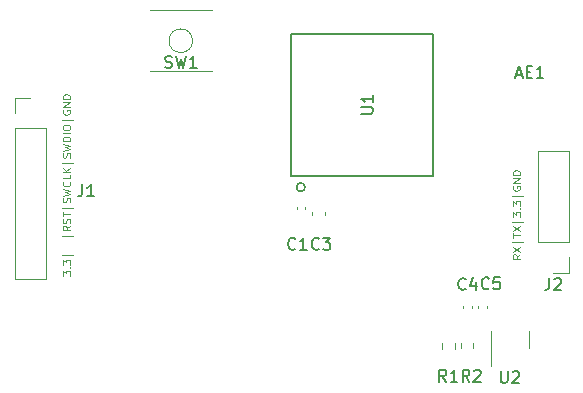
<source format=gto>
G04 #@! TF.GenerationSoftware,KiCad,Pcbnew,(6.0.1)*
G04 #@! TF.CreationDate,2022-09-21T11:39:00+02:00*
G04 #@! TF.ProjectId,LoRa-E5_BME680,4c6f5261-2d45-4355-9f42-4d453638302e,rev?*
G04 #@! TF.SameCoordinates,Original*
G04 #@! TF.FileFunction,Legend,Top*
G04 #@! TF.FilePolarity,Positive*
%FSLAX46Y46*%
G04 Gerber Fmt 4.6, Leading zero omitted, Abs format (unit mm)*
G04 Created by KiCad (PCBNEW (6.0.1)) date 2022-09-21 11:39:00*
%MOMM*%
%LPD*%
G01*
G04 APERTURE LIST*
%ADD10C,0.125000*%
%ADD11C,0.150000*%
%ADD12C,0.120000*%
G04 APERTURE END LIST*
D10*
X90576047Y-101417666D02*
X90576047Y-101015285D01*
X90823666Y-101231952D01*
X90823666Y-101139095D01*
X90854619Y-101077190D01*
X90885571Y-101046238D01*
X90947476Y-101015285D01*
X91102238Y-101015285D01*
X91164142Y-101046238D01*
X91195095Y-101077190D01*
X91226047Y-101139095D01*
X91226047Y-101324809D01*
X91195095Y-101386714D01*
X91164142Y-101417666D01*
X91164142Y-100736714D02*
X91195095Y-100705761D01*
X91226047Y-100736714D01*
X91195095Y-100767666D01*
X91164142Y-100736714D01*
X91226047Y-100736714D01*
X90576047Y-100489095D02*
X90576047Y-100086714D01*
X90823666Y-100303380D01*
X90823666Y-100210523D01*
X90854619Y-100148619D01*
X90885571Y-100117666D01*
X90947476Y-100086714D01*
X91102238Y-100086714D01*
X91164142Y-100117666D01*
X91195095Y-100148619D01*
X91226047Y-100210523D01*
X91226047Y-100396238D01*
X91195095Y-100458142D01*
X91164142Y-100489095D01*
X91442714Y-99653380D02*
X90514142Y-99653380D01*
X91442714Y-98043857D02*
X90514142Y-98043857D01*
X91226047Y-97208142D02*
X90916523Y-97424809D01*
X91226047Y-97579571D02*
X90576047Y-97579571D01*
X90576047Y-97331952D01*
X90607000Y-97270047D01*
X90637952Y-97239095D01*
X90699857Y-97208142D01*
X90792714Y-97208142D01*
X90854619Y-97239095D01*
X90885571Y-97270047D01*
X90916523Y-97331952D01*
X90916523Y-97579571D01*
X91195095Y-96960523D02*
X91226047Y-96867666D01*
X91226047Y-96712904D01*
X91195095Y-96651000D01*
X91164142Y-96620047D01*
X91102238Y-96589095D01*
X91040333Y-96589095D01*
X90978428Y-96620047D01*
X90947476Y-96651000D01*
X90916523Y-96712904D01*
X90885571Y-96836714D01*
X90854619Y-96898619D01*
X90823666Y-96929571D01*
X90761761Y-96960523D01*
X90699857Y-96960523D01*
X90637952Y-96929571D01*
X90607000Y-96898619D01*
X90576047Y-96836714D01*
X90576047Y-96681952D01*
X90607000Y-96589095D01*
X90576047Y-96403380D02*
X90576047Y-96031952D01*
X91226047Y-96217666D02*
X90576047Y-96217666D01*
X91442714Y-95660523D02*
X90514142Y-95660523D01*
X91195095Y-95227190D02*
X91226047Y-95134333D01*
X91226047Y-94979571D01*
X91195095Y-94917666D01*
X91164142Y-94886714D01*
X91102238Y-94855761D01*
X91040333Y-94855761D01*
X90978428Y-94886714D01*
X90947476Y-94917666D01*
X90916523Y-94979571D01*
X90885571Y-95103380D01*
X90854619Y-95165285D01*
X90823666Y-95196238D01*
X90761761Y-95227190D01*
X90699857Y-95227190D01*
X90637952Y-95196238D01*
X90607000Y-95165285D01*
X90576047Y-95103380D01*
X90576047Y-94948619D01*
X90607000Y-94855761D01*
X90576047Y-94639095D02*
X91226047Y-94484333D01*
X90761761Y-94360523D01*
X91226047Y-94236714D01*
X90576047Y-94081952D01*
X91164142Y-93462904D02*
X91195095Y-93493857D01*
X91226047Y-93586714D01*
X91226047Y-93648619D01*
X91195095Y-93741476D01*
X91133190Y-93803380D01*
X91071285Y-93834333D01*
X90947476Y-93865285D01*
X90854619Y-93865285D01*
X90730809Y-93834333D01*
X90668904Y-93803380D01*
X90607000Y-93741476D01*
X90576047Y-93648619D01*
X90576047Y-93586714D01*
X90607000Y-93493857D01*
X90637952Y-93462904D01*
X91226047Y-92874809D02*
X91226047Y-93184333D01*
X90576047Y-93184333D01*
X91226047Y-92658142D02*
X90576047Y-92658142D01*
X91226047Y-92286714D02*
X90854619Y-92565285D01*
X90576047Y-92286714D02*
X90947476Y-92658142D01*
X91442714Y-91853380D02*
X90514142Y-91853380D01*
X91195095Y-91420047D02*
X91226047Y-91327190D01*
X91226047Y-91172428D01*
X91195095Y-91110523D01*
X91164142Y-91079571D01*
X91102238Y-91048619D01*
X91040333Y-91048619D01*
X90978428Y-91079571D01*
X90947476Y-91110523D01*
X90916523Y-91172428D01*
X90885571Y-91296238D01*
X90854619Y-91358142D01*
X90823666Y-91389095D01*
X90761761Y-91420047D01*
X90699857Y-91420047D01*
X90637952Y-91389095D01*
X90607000Y-91358142D01*
X90576047Y-91296238D01*
X90576047Y-91141476D01*
X90607000Y-91048619D01*
X90576047Y-90831952D02*
X91226047Y-90677190D01*
X90761761Y-90553380D01*
X91226047Y-90429571D01*
X90576047Y-90274809D01*
X91226047Y-90027190D02*
X90576047Y-90027190D01*
X90576047Y-89872428D01*
X90607000Y-89779571D01*
X90668904Y-89717666D01*
X90730809Y-89686714D01*
X90854619Y-89655761D01*
X90947476Y-89655761D01*
X91071285Y-89686714D01*
X91133190Y-89717666D01*
X91195095Y-89779571D01*
X91226047Y-89872428D01*
X91226047Y-90027190D01*
X91226047Y-89377190D02*
X90576047Y-89377190D01*
X90576047Y-88943857D02*
X90576047Y-88820047D01*
X90607000Y-88758142D01*
X90668904Y-88696238D01*
X90792714Y-88665285D01*
X91009380Y-88665285D01*
X91133190Y-88696238D01*
X91195095Y-88758142D01*
X91226047Y-88820047D01*
X91226047Y-88943857D01*
X91195095Y-89005761D01*
X91133190Y-89067666D01*
X91009380Y-89098619D01*
X90792714Y-89098619D01*
X90668904Y-89067666D01*
X90607000Y-89005761D01*
X90576047Y-88943857D01*
X91442714Y-88231952D02*
X90514142Y-88231952D01*
X90607000Y-87427190D02*
X90576047Y-87489095D01*
X90576047Y-87581952D01*
X90607000Y-87674809D01*
X90668904Y-87736714D01*
X90730809Y-87767666D01*
X90854619Y-87798619D01*
X90947476Y-87798619D01*
X91071285Y-87767666D01*
X91133190Y-87736714D01*
X91195095Y-87674809D01*
X91226047Y-87581952D01*
X91226047Y-87520047D01*
X91195095Y-87427190D01*
X91164142Y-87396238D01*
X90947476Y-87396238D01*
X90947476Y-87520047D01*
X91226047Y-87117666D02*
X90576047Y-87117666D01*
X91226047Y-86746238D01*
X90576047Y-86746238D01*
X91226047Y-86436714D02*
X90576047Y-86436714D01*
X90576047Y-86281952D01*
X90607000Y-86189095D01*
X90668904Y-86127190D01*
X90730809Y-86096238D01*
X90854619Y-86065285D01*
X90947476Y-86065285D01*
X91071285Y-86096238D01*
X91133190Y-86127190D01*
X91195095Y-86189095D01*
X91226047Y-86281952D01*
X91226047Y-86436714D01*
X129326047Y-99624333D02*
X129016523Y-99841000D01*
X129326047Y-99995761D02*
X128676047Y-99995761D01*
X128676047Y-99748142D01*
X128707000Y-99686238D01*
X128737952Y-99655285D01*
X128799857Y-99624333D01*
X128892714Y-99624333D01*
X128954619Y-99655285D01*
X128985571Y-99686238D01*
X129016523Y-99748142D01*
X129016523Y-99995761D01*
X128676047Y-99407666D02*
X129326047Y-98974333D01*
X128676047Y-98974333D02*
X129326047Y-99407666D01*
X129542714Y-98571952D02*
X128614142Y-98571952D01*
X128676047Y-98200523D02*
X128676047Y-97829095D01*
X129326047Y-98014809D02*
X128676047Y-98014809D01*
X128676047Y-97674333D02*
X129326047Y-97241000D01*
X128676047Y-97241000D02*
X129326047Y-97674333D01*
X129542714Y-96838619D02*
X128614142Y-96838619D01*
X128676047Y-96436238D02*
X128676047Y-96033857D01*
X128923666Y-96250523D01*
X128923666Y-96157666D01*
X128954619Y-96095761D01*
X128985571Y-96064809D01*
X129047476Y-96033857D01*
X129202238Y-96033857D01*
X129264142Y-96064809D01*
X129295095Y-96095761D01*
X129326047Y-96157666D01*
X129326047Y-96343380D01*
X129295095Y-96405285D01*
X129264142Y-96436238D01*
X129264142Y-95755285D02*
X129295095Y-95724333D01*
X129326047Y-95755285D01*
X129295095Y-95786238D01*
X129264142Y-95755285D01*
X129326047Y-95755285D01*
X128676047Y-95507666D02*
X128676047Y-95105285D01*
X128923666Y-95321952D01*
X128923666Y-95229095D01*
X128954619Y-95167190D01*
X128985571Y-95136238D01*
X129047476Y-95105285D01*
X129202238Y-95105285D01*
X129264142Y-95136238D01*
X129295095Y-95167190D01*
X129326047Y-95229095D01*
X129326047Y-95414809D01*
X129295095Y-95476714D01*
X129264142Y-95507666D01*
X129542714Y-94671952D02*
X128614142Y-94671952D01*
X128707000Y-93867190D02*
X128676047Y-93929095D01*
X128676047Y-94021952D01*
X128707000Y-94114809D01*
X128768904Y-94176714D01*
X128830809Y-94207666D01*
X128954619Y-94238619D01*
X129047476Y-94238619D01*
X129171285Y-94207666D01*
X129233190Y-94176714D01*
X129295095Y-94114809D01*
X129326047Y-94021952D01*
X129326047Y-93960047D01*
X129295095Y-93867190D01*
X129264142Y-93836238D01*
X129047476Y-93836238D01*
X129047476Y-93960047D01*
X129326047Y-93557666D02*
X128676047Y-93557666D01*
X129326047Y-93186238D01*
X128676047Y-93186238D01*
X129326047Y-92876714D02*
X128676047Y-92876714D01*
X128676047Y-92721952D01*
X128707000Y-92629095D01*
X128768904Y-92567190D01*
X128830809Y-92536238D01*
X128954619Y-92505285D01*
X129047476Y-92505285D01*
X129171285Y-92536238D01*
X129233190Y-92567190D01*
X129295095Y-92629095D01*
X129326047Y-92721952D01*
X129326047Y-92876714D01*
D11*
X112275333Y-99133142D02*
X112227714Y-99180761D01*
X112084857Y-99228380D01*
X111989619Y-99228380D01*
X111846761Y-99180761D01*
X111751523Y-99085523D01*
X111703904Y-98990285D01*
X111656285Y-98799809D01*
X111656285Y-98656952D01*
X111703904Y-98466476D01*
X111751523Y-98371238D01*
X111846761Y-98276000D01*
X111989619Y-98228380D01*
X112084857Y-98228380D01*
X112227714Y-98276000D01*
X112275333Y-98323619D01*
X112608666Y-98228380D02*
X113227714Y-98228380D01*
X112894380Y-98609333D01*
X113037238Y-98609333D01*
X113132476Y-98656952D01*
X113180095Y-98704571D01*
X113227714Y-98799809D01*
X113227714Y-99037904D01*
X113180095Y-99133142D01*
X113132476Y-99180761D01*
X113037238Y-99228380D01*
X112751523Y-99228380D01*
X112656285Y-99180761D01*
X112608666Y-99133142D01*
X92237666Y-93694380D02*
X92237666Y-94408666D01*
X92190047Y-94551523D01*
X92094809Y-94646761D01*
X91951952Y-94694380D01*
X91856714Y-94694380D01*
X93237666Y-94694380D02*
X92666238Y-94694380D01*
X92951952Y-94694380D02*
X92951952Y-93694380D01*
X92856714Y-93837238D01*
X92761476Y-93932476D01*
X92666238Y-93980095D01*
X125022333Y-110395880D02*
X124689000Y-109919690D01*
X124450904Y-110395880D02*
X124450904Y-109395880D01*
X124831857Y-109395880D01*
X124927095Y-109443500D01*
X124974714Y-109491119D01*
X125022333Y-109586357D01*
X125022333Y-109729214D01*
X124974714Y-109824452D01*
X124927095Y-109872071D01*
X124831857Y-109919690D01*
X124450904Y-109919690D01*
X125403285Y-109491119D02*
X125450904Y-109443500D01*
X125546142Y-109395880D01*
X125784238Y-109395880D01*
X125879476Y-109443500D01*
X125927095Y-109491119D01*
X125974714Y-109586357D01*
X125974714Y-109681595D01*
X125927095Y-109824452D01*
X125355666Y-110395880D01*
X125974714Y-110395880D01*
X110275333Y-99133142D02*
X110227714Y-99180761D01*
X110084857Y-99228380D01*
X109989619Y-99228380D01*
X109846761Y-99180761D01*
X109751523Y-99085523D01*
X109703904Y-98990285D01*
X109656285Y-98799809D01*
X109656285Y-98656952D01*
X109703904Y-98466476D01*
X109751523Y-98371238D01*
X109846761Y-98276000D01*
X109989619Y-98228380D01*
X110084857Y-98228380D01*
X110227714Y-98276000D01*
X110275333Y-98323619D01*
X111227714Y-99228380D02*
X110656285Y-99228380D01*
X110942000Y-99228380D02*
X110942000Y-98228380D01*
X110846761Y-98371238D01*
X110751523Y-98466476D01*
X110656285Y-98514095D01*
X128950333Y-84392666D02*
X129426523Y-84392666D01*
X128855095Y-84678380D02*
X129188428Y-83678380D01*
X129521761Y-84678380D01*
X129855095Y-84154571D02*
X130188428Y-84154571D01*
X130331285Y-84678380D02*
X129855095Y-84678380D01*
X129855095Y-83678380D01*
X130331285Y-83678380D01*
X131283666Y-84678380D02*
X130712238Y-84678380D01*
X130997952Y-84678380D02*
X130997952Y-83678380D01*
X130902714Y-83821238D01*
X130807476Y-83916476D01*
X130712238Y-83964095D01*
X127680095Y-109490880D02*
X127680095Y-110300404D01*
X127727714Y-110395642D01*
X127775333Y-110443261D01*
X127870571Y-110490880D01*
X128061047Y-110490880D01*
X128156285Y-110443261D01*
X128203904Y-110395642D01*
X128251523Y-110300404D01*
X128251523Y-109490880D01*
X128680095Y-109586119D02*
X128727714Y-109538500D01*
X128822952Y-109490880D01*
X129061047Y-109490880D01*
X129156285Y-109538500D01*
X129203904Y-109586119D01*
X129251523Y-109681357D01*
X129251523Y-109776595D01*
X129203904Y-109919452D01*
X128632476Y-110490880D01*
X129251523Y-110490880D01*
X115852380Y-87711904D02*
X116661904Y-87711904D01*
X116757142Y-87664285D01*
X116804761Y-87616666D01*
X116852380Y-87521428D01*
X116852380Y-87330952D01*
X116804761Y-87235714D01*
X116757142Y-87188095D01*
X116661904Y-87140476D01*
X115852380Y-87140476D01*
X116852380Y-86140476D02*
X116852380Y-86711904D01*
X116852380Y-86426190D02*
X115852380Y-86426190D01*
X115995238Y-86521428D01*
X116090476Y-86616666D01*
X116138095Y-86711904D01*
X123047333Y-110395880D02*
X122714000Y-109919690D01*
X122475904Y-110395880D02*
X122475904Y-109395880D01*
X122856857Y-109395880D01*
X122952095Y-109443500D01*
X122999714Y-109491119D01*
X123047333Y-109586357D01*
X123047333Y-109729214D01*
X122999714Y-109824452D01*
X122952095Y-109872071D01*
X122856857Y-109919690D01*
X122475904Y-109919690D01*
X123999714Y-110395880D02*
X123428285Y-110395880D01*
X123714000Y-110395880D02*
X123714000Y-109395880D01*
X123618761Y-109538738D01*
X123523523Y-109633976D01*
X123428285Y-109681595D01*
X126672333Y-102475642D02*
X126624714Y-102523261D01*
X126481857Y-102570880D01*
X126386619Y-102570880D01*
X126243761Y-102523261D01*
X126148523Y-102428023D01*
X126100904Y-102332785D01*
X126053285Y-102142309D01*
X126053285Y-101999452D01*
X126100904Y-101808976D01*
X126148523Y-101713738D01*
X126243761Y-101618500D01*
X126386619Y-101570880D01*
X126481857Y-101570880D01*
X126624714Y-101618500D01*
X126672333Y-101666119D01*
X127577095Y-101570880D02*
X127100904Y-101570880D01*
X127053285Y-102047071D01*
X127100904Y-101999452D01*
X127196142Y-101951833D01*
X127434238Y-101951833D01*
X127529476Y-101999452D01*
X127577095Y-102047071D01*
X127624714Y-102142309D01*
X127624714Y-102380404D01*
X127577095Y-102475642D01*
X127529476Y-102523261D01*
X127434238Y-102570880D01*
X127196142Y-102570880D01*
X127100904Y-102523261D01*
X127053285Y-102475642D01*
X99250666Y-83780761D02*
X99393523Y-83828380D01*
X99631619Y-83828380D01*
X99726857Y-83780761D01*
X99774476Y-83733142D01*
X99822095Y-83637904D01*
X99822095Y-83542666D01*
X99774476Y-83447428D01*
X99726857Y-83399809D01*
X99631619Y-83352190D01*
X99441142Y-83304571D01*
X99345904Y-83256952D01*
X99298285Y-83209333D01*
X99250666Y-83114095D01*
X99250666Y-83018857D01*
X99298285Y-82923619D01*
X99345904Y-82876000D01*
X99441142Y-82828380D01*
X99679238Y-82828380D01*
X99822095Y-82876000D01*
X100155428Y-82828380D02*
X100393523Y-83828380D01*
X100584000Y-83114095D01*
X100774476Y-83828380D01*
X101012571Y-82828380D01*
X101917333Y-83828380D02*
X101345904Y-83828380D01*
X101631619Y-83828380D02*
X101631619Y-82828380D01*
X101536380Y-82971238D01*
X101441142Y-83066476D01*
X101345904Y-83114095D01*
X124697333Y-102525642D02*
X124649714Y-102573261D01*
X124506857Y-102620880D01*
X124411619Y-102620880D01*
X124268761Y-102573261D01*
X124173523Y-102478023D01*
X124125904Y-102382785D01*
X124078285Y-102192309D01*
X124078285Y-102049452D01*
X124125904Y-101858976D01*
X124173523Y-101763738D01*
X124268761Y-101668500D01*
X124411619Y-101620880D01*
X124506857Y-101620880D01*
X124649714Y-101668500D01*
X124697333Y-101716119D01*
X125554476Y-101954214D02*
X125554476Y-102620880D01*
X125316380Y-101573261D02*
X125078285Y-102287547D01*
X125697333Y-102287547D01*
X131783666Y-101633380D02*
X131783666Y-102347666D01*
X131736047Y-102490523D01*
X131640809Y-102585761D01*
X131497952Y-102633380D01*
X131402714Y-102633380D01*
X132212238Y-101728619D02*
X132259857Y-101681000D01*
X132355095Y-101633380D01*
X132593190Y-101633380D01*
X132688428Y-101681000D01*
X132736047Y-101728619D01*
X132783666Y-101823857D01*
X132783666Y-101919095D01*
X132736047Y-102061952D01*
X132164619Y-102633380D01*
X132783666Y-102633380D01*
D12*
X111732000Y-96010420D02*
X111732000Y-96291580D01*
X112752000Y-96010420D02*
X112752000Y-96291580D01*
X86512000Y-88946000D02*
X86512000Y-101706000D01*
X86512000Y-88946000D02*
X89172000Y-88946000D01*
X86512000Y-86346000D02*
X87842000Y-86346000D01*
X86512000Y-101706000D02*
X89172000Y-101706000D01*
X86512000Y-87676000D02*
X86512000Y-86346000D01*
X89172000Y-88946000D02*
X89172000Y-101706000D01*
X125339500Y-107580758D02*
X125339500Y-107106242D01*
X124294500Y-107580758D02*
X124294500Y-107106242D01*
X111102000Y-95588164D02*
X111102000Y-95803836D01*
X110382000Y-95588164D02*
X110382000Y-95803836D01*
X130052000Y-107588500D02*
X130052000Y-106088500D01*
X126832000Y-109088500D02*
X126832000Y-106088500D01*
D11*
X109900000Y-80950000D02*
X121900000Y-80950000D01*
X109900000Y-92950000D02*
X109900000Y-80950000D01*
X121900000Y-92950000D02*
X109900000Y-92950000D01*
X121900000Y-80950000D02*
X121900000Y-92950000D01*
X111102353Y-93930000D02*
G75*
G03*
X111102353Y-93930000I-362353J0D01*
G01*
D12*
X123764500Y-107605758D02*
X123764500Y-107131242D01*
X122719500Y-107605758D02*
X122719500Y-107131242D01*
X126481000Y-103955664D02*
X126481000Y-104171336D01*
X125761000Y-103955664D02*
X125761000Y-104171336D01*
X103184000Y-84134000D02*
X97984000Y-84134000D01*
X103184000Y-78934000D02*
X97984000Y-78934000D01*
X101584000Y-81534000D02*
G75*
G03*
X101584000Y-81534000I-1000000J0D01*
G01*
X125211000Y-103980664D02*
X125211000Y-104196336D01*
X124491000Y-103980664D02*
X124491000Y-104196336D01*
X133447000Y-101181000D02*
X132117000Y-101181000D01*
X133447000Y-98581000D02*
X130787000Y-98581000D01*
X133447000Y-99851000D02*
X133447000Y-101181000D01*
X133447000Y-98581000D02*
X133447000Y-90901000D01*
X130787000Y-98581000D02*
X130787000Y-90901000D01*
X133447000Y-90901000D02*
X130787000Y-90901000D01*
M02*

</source>
